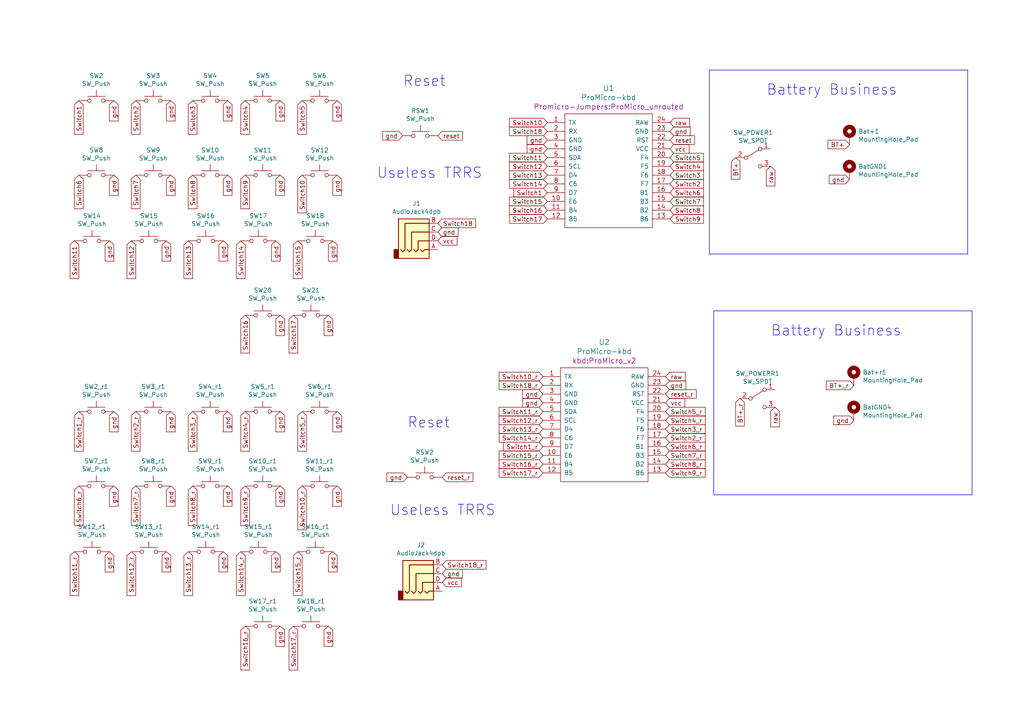
<source format=kicad_sch>
(kicad_sch (version 20230121) (generator eeschema)
  (paper "A4")
  (title_block (title "Kahboard") (date "2023-06-17") (rev "1.0") (company "Antoine Kahlouche"))
  (lib_symbols
    (symbol "Mechanical:MountingHole_Pad" (pin_numbers hide) (pin_names (offset 1.016) hide)
      (property "Reference" "H" (at 0 6.35 0))
      (property "Value" "MountingHole_Pad" (at 0 4.445 0))
      (symbol "MountingHole_Pad_0_1"
        (circle (center 0 1.27) (radius 1.27) (stroke (width 1.27)))
      )
      (symbol "MountingHole_Pad_1_1"
        (pin input line (at 0 -2.54 90) (length 2.54) (name "1") (number "1"))
      )
    )
    (symbol "Switch:SW_Push" (pin_numbers hide) (pin_names (offset 1.016) hide)
      (property "Reference" "SW" (at 1.27 2.54 0))
      (property "Value" "SW_Push" (at 0 -1.524 0))
      (symbol "SW_Push_0_1"
        (circle (center -2.032 0) (radius 0.508))
        (polyline (pts (xy 0 1.27) (xy 0 3.048)))
        (polyline (pts (xy 2.54 1.27) (xy -2.54 1.27)))
        (circle (center 2.032 0) (radius 0.508))
        (pin passive line (at -5.08 0 0) (length 2.54) (name "1") (number "1"))
        (pin passive line (at 5.08 0 180) (length 2.54) (name "2") (number "2"))
      )
    )
    (symbol "Switch:SW_SPDT" (pin_names (offset 0) hide)
      (property "Reference" "SW" (at 0 4.318 0))
      (property "Value" "SW_SPDT" (at 0 -5.08 0))
      (symbol "SW_SPDT_0_0"
        (circle (center -2.032 0) (radius 0.508))
        (circle (center 2.032 -2.54) (radius 0.508))
      )
      (symbol "SW_SPDT_0_1"
        (polyline (pts (xy -1.524 0.254) (xy 1.651 2.286)))
        (circle (center 2.032 2.54) (radius 0.508))
      )
      (symbol "SW_SPDT_1_1"
        (pin passive line (at 5.08 2.54 180) (length 2.54) (name "A") (number "1"))
        (pin passive line (at -5.08 0 0) (length 2.54) (name "B") (number "2"))
        (pin passive line (at 5.08 -2.54 180) (length 2.54) (name "C") (number "3"))
      )
    )
    (symbol "sweep-bling-mx__pcb-rescue:AudioJack4dpb-tokas_bp"
      (property "Reference" "J" (at 0 8.89 0))
      (property "Value" "sweep-bling-mx__pcb-rescue_AudioJack4dpb-tokas_bp" (at 0 6.35 0))
      (symbol "AudioJack4dpb-tokas_bp_0_1"
        (rectangle (start -6.35 -5.08) (end -7.62 -7.62) (stroke (width 0.254)) (fill (type outline)))
        (polyline (pts (xy 0 -5.08) (xy 0.635 -5.715) (xy 1.27 -5.08) (xy 2.54 -5.08)) (stroke (width 0.254)))
        (polyline (pts (xy -5.715 -5.08) (xy -5.08 -5.715) (xy -4.445 -5.08) (xy -4.445 2.54) (xy 2.54 2.54)) (stroke (width 0.254)))
        (polyline (pts (xy -1.905 -5.08) (xy -1.27 -5.715) (xy -0.635 -5.08) (xy -0.635 -2.54) (xy 2.54 -2.54)) (stroke (width 0.254)))
        (polyline (pts (xy 2.54 0) (xy -2.54 0) (xy -2.54 -5.08) (xy -3.175 -5.715) (xy -3.81 -5.08)) (stroke (width 0.254)))
        (rectangle (start 2.54 3.81) (end -6.35 -7.62) (stroke (width 0.254)) (fill (type background)))
      )
      (symbol "AudioJack4dpb-tokas_bp_1_1"
        (pin passive line (at 5.08 -5.08 180) (length 2.54) (name "~") (number "A"))
        (pin passive line (at 5.08 2.54 180) (length 2.54) (name "~") (number "B"))
        (pin passive line (at 5.08 0 180) (length 2.54) (name "~") (number "C"))
        (pin passive line (at 5.08 -2.54 180) (length 2.54) (name "~") (number "D"))
      )
    )
    (symbol "sweep-bling-mx__pcb-rescue:ProMicro-kbd-bigblackpill-34key-rescue-sweepv2-rescue" (pin_names (offset 1.016))
      (property "Reference" "U" (at 0 24.13 0))
      (property "Value" "sweep-bling-mx__pcb-rescue_ProMicro-kbd-bigblackpill-34key-rescue-sweepv2-rescue" (at 0 -13.97 0))
      (symbol "ProMicro-kbd-bigblackpill-34key-rescue-sweepv2-rescue_0_1"
        (rectangle (start -12.7 21.59) (end 12.7 -11.43))
      )
      (symbol "ProMicro-kbd-bigblackpill-34key-rescue-sweepv2-rescue_1_1"
        (pin bidirectional line (at -17.78 19.05 0) (length 5.08) (name "TX") (number "1"))
        (pin bidirectional line (at -17.78 -3.81 0) (length 5.08) (name "E6") (number "10"))
        (pin bidirectional line (at -17.78 -6.35 0) (length 5.08) (name "B4") (number "11"))
        (pin bidirectional line (at -17.78 -8.89 0) (length 5.08) (name "B5") (number "12"))
        (pin bidirectional line (at 17.78 -8.89 180) (length 5.08) (name "B6") (number "13"))
        (pin bidirectional line (at 17.78 -6.35 180) (length 5.08) (name "B2") (number "14"))
        (pin bidirectional line (at 17.78 -3.81 180) (length 5.08) (name "B3") (number "15"))
        (pin bidirectional line (at 17.78 -1.27 180) (length 5.08) (name "B1") (number "16"))
        (pin bidirectional line (at 17.78 1.27 180) (length 5.08) (name "F7") (number "17"))
        (pin bidirectional line (at 17.78 3.81 180) (length 5.08) (name "F6") (number "18"))
        (pin bidirectional line (at 17.78 6.35 180) (length 5.08) (name "F5") (number "19"))
        (pin bidirectional line (at -17.78 16.51 0) (length 5.08) (name "RX") (number "2"))
        (pin bidirectional line (at 17.78 8.89 180) (length 5.08) (name "F4") (number "20"))
        (pin power_in line (at 17.78 11.43 180) (length 5.08) (name "VCC") (number "21"))
        (pin input line (at 17.78 13.97 180) (length 5.08) (name "RST") (number "22"))
        (pin power_in line (at 17.78 16.51 180) (length 5.08) (name "GND") (number "23"))
        (pin power_out line (at 17.78 19.05 180) (length 5.08) (name "RAW") (number "24"))
        (pin power_in line (at -17.78 13.97 0) (length 5.08) (name "GND") (number "3"))
        (pin power_in line (at -17.78 11.43 0) (length 5.08) (name "GND") (number "4"))
        (pin bidirectional line (at -17.78 8.89 0) (length 5.08) (name "SDA") (number "5"))
        (pin bidirectional line (at -17.78 6.35 0) (length 5.08) (name "SCL") (number "6"))
        (pin bidirectional line (at -17.78 3.81 0) (length 5.08) (name "D4") (number "7"))
        (pin bidirectional line (at -17.78 1.27 0) (length 5.08) (name "C6") (number "8"))
        (pin bidirectional line (at -17.78 -1.27 0) (length 5.08) (name "D7") (number "9"))
      )
    )
  )
  (polyline (pts (xy 205.74 20.32) (xy 280.67 20.32)))
  (polyline (pts (xy 280.67 73.66) (xy 205.74 73.66)))
  (polyline (pts (xy 205.74 73.66) (xy 205.74 20.32)))
  (polyline (pts (xy 281.94 90.17) (xy 281.94 143.51)))
  (polyline (pts (xy 280.67 20.32) (xy 280.67 73.66)))
  (polyline (pts (xy 207.01 143.51) (xy 207.01 90.17)))
  (polyline (pts (xy 207.01 90.17) (xy 281.94 90.17)))
  (polyline (pts (xy 281.94 143.51) (xy 207.01 143.51)))
  (text "Useless TRRS\n" (at 113.03 149.86 0) (effects (font (size 2.9972 2.9972)) (justify left bottom)))
  (text "Reset" (at 118.11 124.46 0) (effects (font (size 2.9972 2.9972)) (justify left bottom)))
  (text "Reset" (at 116.84 25.4 0) (effects (font (size 2.9972 2.9972)) (justify left bottom)))
  (text "Useless TRRS\n" (at 109.22 52.07 0) (effects (font (size 2.9972 2.9972)) (justify left bottom)))
  (text "Battery Business" (at 223.52 97.79 0) (effects (font (size 2.9972 2.9972)) (justify left bottom)))
  (text "Battery Business" (at 222.25 27.94 0) (effects (font (size 2.9972 2.9972)) (justify left bottom)))
  (global_label "Switch4" (shape input) (at 194.31 48.26 0) (property "Intersheetrefs" "${INTERSHEET_REFS}" (effects hide)))
  (global_label "Switch9" (shape input) (at 71.12 50.8 270) (property "Intersheetrefs" "${INTERSHEET_REFS}" (effects hide)))
  (global_label "gnd" (shape input) (at 118.11 138.43 180) (property "Intersheetrefs" "${INTERSHEET_REFS}" (effects hide)))
  (global_label "gnd" (shape input) (at 33.02 29.21 270) (property "Intersheetrefs" "${INTERSHEET_REFS}" (effects hide)))
  (global_label "Switch14" (shape input) (at 69.85 69.85 270) (property "Intersheetrefs" "${INTERSHEET_REFS}" (effects hide)))
  (global_label "Switch18_r" (shape input) (at 128.27 163.83 0) (property "Intersheetrefs" "${INTERSHEET_REFS}" (effects hide)))
  (global_label "gnd" (shape input) (at 157.48 114.3 180) (property "Intersheetrefs" "${INTERSHEET_REFS}" (effects hide)))
  (global_label "Switch10" (shape input) (at 158.75 35.56 180) (property "Intersheetrefs" "${INTERSHEET_REFS}" (effects hide)))
  (global_label "reset" (shape input) (at 127 39.37 0) (property "Intersheetrefs" "${INTERSHEET_REFS}" (effects hide)))
  (global_label "Switch13" (shape input) (at 54.61 69.85 270) (property "Intersheetrefs" "${INTERSHEET_REFS}" (effects hide)))
  (global_label "BT+" (shape input) (at 246.38 41.91 180) (property "Intersheetrefs" "${INTERSHEET_REFS}" (effects hide)))
  (global_label "gnd" (shape input) (at 49.53 29.21 270) (property "Intersheetrefs" "${INTERSHEET_REFS}" (effects hide)))
  (global_label "vcc" (shape input) (at 128.27 168.91 0) (property "Intersheetrefs" "${INTERSHEET_REFS}" (effects hide)))
  (global_label "gnd" (shape input) (at 81.28 50.8 270) (property "Intersheetrefs" "${INTERSHEET_REFS}" (effects hide)))
  (global_label "Switch8_r" (shape input) (at 55.88 140.97 270) (property "Intersheetrefs" "${INTERSHEET_REFS}" (effects hide)))
  (global_label "Switch11_r" (shape input) (at 157.48 119.38 180) (property "Intersheetrefs" "${INTERSHEET_REFS}" (effects hide)))
  (global_label "Switch17" (shape input) (at 85.09 91.44 270) (property "Intersheetrefs" "${INTERSHEET_REFS}" (effects hide)))
  (global_label "Switch18" (shape input) (at 158.75 38.1 180) (property "Intersheetrefs" "${INTERSHEET_REFS}" (effects hide)))
  (global_label "gnd" (shape input) (at 97.79 119.38 270) (property "Intersheetrefs" "${INTERSHEET_REFS}" (effects hide)))
  (global_label "Switch7" (shape input) (at 39.37 50.8 270) (property "Intersheetrefs" "${INTERSHEET_REFS}" (effects hide)))
  (global_label "Switch16_r" (shape input) (at 71.12 181.61 270) (property "Intersheetrefs" "${INTERSHEET_REFS}" (effects hide)))
  (global_label "Switch17_r" (shape input) (at 157.48 137.16 180) (property "Intersheetrefs" "${INTERSHEET_REFS}" (effects hide)))
  (global_label "gnd" (shape input) (at 49.53 50.8 270) (property "Intersheetrefs" "${INTERSHEET_REFS}" (effects hide)))
  (global_label "Switch4_r" (shape input) (at 193.04 121.92 0) (property "Intersheetrefs" "${INTERSHEET_REFS}" (effects hide)))
  (global_label "BT+_r" (shape input) (at 247.65 111.76 180) (property "Intersheetrefs" "${INTERSHEET_REFS}" (effects hide)))
  (global_label "Switch12_r" (shape input) (at 157.48 121.92 180) (property "Intersheetrefs" "${INTERSHEET_REFS}" (effects hide)))
  (global_label "Switch12_r" (shape input) (at 38.1 160.02 270) (property "Intersheetrefs" "${INTERSHEET_REFS}" (effects hide)))
  (global_label "raw" (shape input) (at 224.79 118.11 270) (property "Intersheetrefs" "${INTERSHEET_REFS}" (effects hide)))
  (global_label "Switch15" (shape input) (at 86.36 69.85 270) (property "Intersheetrefs" "${INTERSHEET_REFS}" (effects hide)))
  (global_label "gnd" (shape input) (at 95.25 91.44 270) (property "Intersheetrefs" "${INTERSHEET_REFS}" (effects hide)))
  (global_label "Switch17" (shape input) (at 158.75 63.5 180) (property "Intersheetrefs" "${INTERSHEET_REFS}" (effects hide)))
  (global_label "Switch12" (shape input) (at 158.75 48.26 180) (property "Intersheetrefs" "${INTERSHEET_REFS}" (effects hide)))
  (global_label "gnd" (shape input) (at 48.26 69.85 270) (property "Intersheetrefs" "${INTERSHEET_REFS}" (effects hide)))
  (global_label "Switch4" (shape input) (at 71.12 29.21 270) (property "Intersheetrefs" "${INTERSHEET_REFS}" (effects hide)))
  (global_label "Switch7" (shape input) (at 194.31 58.42 0) (property "Intersheetrefs" "${INTERSHEET_REFS}" (effects hide)))
  (global_label "gnd" (shape input) (at 48.26 160.02 270) (property "Intersheetrefs" "${INTERSHEET_REFS}" (effects hide)))
  (global_label "Switch9_r" (shape input) (at 193.04 137.16 0) (property "Intersheetrefs" "${INTERSHEET_REFS}" (effects hide)))
  (global_label "gnd" (shape input) (at 81.28 29.21 270) (property "Intersheetrefs" "${INTERSHEET_REFS}" (effects hide)))
  (global_label "BT+_r" (shape input) (at 214.63 115.57 270) (property "Intersheetrefs" "${INTERSHEET_REFS}" (effects hide)))
  (global_label "raw" (shape input) (at 194.31 35.56 0) (property "Intersheetrefs" "${INTERSHEET_REFS}" (effects hide)))
  (global_label "Switch3" (shape input) (at 194.31 50.8 0) (property "Intersheetrefs" "${INTERSHEET_REFS}" (effects hide)))
  (global_label "Switch5" (shape input) (at 194.31 45.72 0) (property "Intersheetrefs" "${INTERSHEET_REFS}" (effects hide)))
  (global_label "Switch13" (shape input) (at 158.75 50.8 180) (property "Intersheetrefs" "${INTERSHEET_REFS}" (effects hide)))
  (global_label "reset" (shape input) (at 194.31 40.64 0) (property "Intersheetrefs" "${INTERSHEET_REFS}" (effects hide)))
  (global_label "Switch5" (shape input) (at 87.63 29.21 270) (property "Intersheetrefs" "${INTERSHEET_REFS}" (effects hide)))
  (global_label "gnd" (shape input) (at 81.28 91.44 270) (property "Intersheetrefs" "${INTERSHEET_REFS}" (effects hide)))
  (global_label "gnd" (shape input) (at 97.79 140.97 270) (property "Intersheetrefs" "${INTERSHEET_REFS}" (effects hide)))
  (global_label "Switch3_r" (shape input) (at 55.88 119.38 270) (property "Intersheetrefs" "${INTERSHEET_REFS}" (effects hide)))
  (global_label "Switch13_r" (shape input) (at 54.61 160.02 270) (property "Intersheetrefs" "${INTERSHEET_REFS}" (effects hide)))
  (global_label "Switch9_r" (shape input) (at 71.12 140.97 270) (property "Intersheetrefs" "${INTERSHEET_REFS}" (effects hide)))
  (global_label "gnd" (shape input) (at 64.77 69.85 270) (property "Intersheetrefs" "${INTERSHEET_REFS}" (effects hide)))
  (global_label "Switch11_r" (shape input) (at 21.59 160.02 270) (property "Intersheetrefs" "${INTERSHEET_REFS}" (effects hide)))
  (global_label "Switch2" (shape input) (at 39.37 29.21 270) (property "Intersheetrefs" "${INTERSHEET_REFS}" (effects hide)))
  (global_label "gnd" (shape input) (at 97.79 50.8 270) (property "Intersheetrefs" "${INTERSHEET_REFS}" (effects hide)))
  (global_label "gnd" (shape input) (at 66.04 119.38 270) (property "Intersheetrefs" "${INTERSHEET_REFS}" (effects hide)))
  (global_label "gnd" (shape input) (at 128.27 166.37 0) (property "Intersheetrefs" "${INTERSHEET_REFS}" (effects hide)))
  (global_label "gnd" (shape input) (at 49.53 140.97 270) (property "Intersheetrefs" "${INTERSHEET_REFS}" (effects hide)))
  (global_label "Switch10_r" (shape input) (at 87.63 140.97 270) (property "Intersheetrefs" "${INTERSHEET_REFS}" (effects hide)))
  (global_label "Switch5_r" (shape input) (at 193.04 119.38 0) (property "Intersheetrefs" "${INTERSHEET_REFS}" (effects hide)))
  (global_label "gnd" (shape input) (at 33.02 119.38 270) (property "Intersheetrefs" "${INTERSHEET_REFS}" (effects hide)))
  (global_label "gnd" (shape input) (at 96.52 160.02 270) (property "Intersheetrefs" "${INTERSHEET_REFS}" (effects hide)))
  (global_label "gnd" (shape input) (at 33.02 140.97 270) (property "Intersheetrefs" "${INTERSHEET_REFS}" (effects hide)))
  (global_label "gnd" (shape input) (at 97.79 29.21 270) (property "Intersheetrefs" "${INTERSHEET_REFS}" (effects hide)))
  (global_label "Switch18_r" (shape input) (at 157.48 111.76 180) (property "Intersheetrefs" "${INTERSHEET_REFS}" (effects hide)))
  (global_label "Switch16" (shape input) (at 158.75 60.96 180) (property "Intersheetrefs" "${INTERSHEET_REFS}" (effects hide)))
  (global_label "gnd" (shape input) (at 157.48 116.84 180) (property "Intersheetrefs" "${INTERSHEET_REFS}" (effects hide)))
  (global_label "gnd" (shape input) (at 80.01 160.02 270) (property "Intersheetrefs" "${INTERSHEET_REFS}" (effects hide)))
  (global_label "gnd" (shape input) (at 81.28 140.97 270) (property "Intersheetrefs" "${INTERSHEET_REFS}" (effects hide)))
  (global_label "Switch11" (shape input) (at 158.75 45.72 180) (property "Intersheetrefs" "${INTERSHEET_REFS}" (effects hide)))
  (global_label "gnd" (shape input) (at 116.84 39.37 180) (property "Intersheetrefs" "${INTERSHEET_REFS}" (effects hide)))
  (global_label "Switch3_r" (shape input) (at 193.04 124.46 0) (property "Intersheetrefs" "${INTERSHEET_REFS}" (effects hide)))
  (global_label "Switch7_r" (shape input) (at 39.37 140.97 270) (property "Intersheetrefs" "${INTERSHEET_REFS}" (effects hide)))
  (global_label "Switch1_r" (shape input) (at 22.86 119.38 270) (property "Intersheetrefs" "${INTERSHEET_REFS}" (effects hide)))
  (global_label "gnd" (shape input) (at 96.52 69.85 270) (property "Intersheetrefs" "${INTERSHEET_REFS}" (effects hide)))
  (global_label "gnd" (shape input) (at 158.75 43.18 180) (property "Intersheetrefs" "${INTERSHEET_REFS}" (effects hide)))
  (global_label "Switch9" (shape input) (at 194.31 63.5 0) (property "Intersheetrefs" "${INTERSHEET_REFS}" (effects hide)))
  (global_label "Switch1" (shape input) (at 158.75 55.88 180) (property "Intersheetrefs" "${INTERSHEET_REFS}" (effects hide)))
  (global_label "gnd" (shape input) (at 49.53 119.38 270) (property "Intersheetrefs" "${INTERSHEET_REFS}" (effects hide)))
  (global_label "Switch1_r" (shape input) (at 157.48 129.54 180) (property "Intersheetrefs" "${INTERSHEET_REFS}" (effects hide)))
  (global_label "Switch8" (shape input) (at 55.88 50.8 270) (property "Intersheetrefs" "${INTERSHEET_REFS}" (effects hide)))
  (global_label "gnd" (shape input) (at 246.38 52.07 180) (property "Intersheetrefs" "${INTERSHEET_REFS}" (effects hide)))
  (global_label "Switch6_r" (shape input) (at 22.86 140.97 270) (property "Intersheetrefs" "${INTERSHEET_REFS}" (effects hide)))
  (global_label "Switch14_r" (shape input) (at 157.48 127 180) (property "Intersheetrefs" "${INTERSHEET_REFS}" (effects hide)))
  (global_label "vcc" (shape input) (at 194.31 43.18 0) (property "Intersheetrefs" "${INTERSHEET_REFS}" (effects hide)))
  (global_label "gnd" (shape input) (at 66.04 29.21 270) (property "Intersheetrefs" "${INTERSHEET_REFS}" (effects hide)))
  (global_label "reset_r" (shape input) (at 193.04 114.3 0) (property "Intersheetrefs" "${INTERSHEET_REFS}" (effects hide)))
  (global_label "Switch14" (shape input) (at 158.75 53.34 180) (property "Intersheetrefs" "${INTERSHEET_REFS}" (effects hide)))
  (global_label "gnd" (shape input) (at 66.04 140.97 270) (property "Intersheetrefs" "${INTERSHEET_REFS}" (effects hide)))
  (global_label "Switch1" (shape input) (at 22.86 29.21 270) (property "Intersheetrefs" "${INTERSHEET_REFS}" (effects hide)))
  (global_label "Switch15_r" (shape input) (at 157.48 132.08 180) (property "Intersheetrefs" "${INTERSHEET_REFS}" (effects hide)))
  (global_label "BT+" (shape input) (at 213.36 45.72 270) (property "Intersheetrefs" "${INTERSHEET_REFS}" (effects hide)))
  (global_label "Switch8" (shape input) (at 194.31 60.96 0) (property "Intersheetrefs" "${INTERSHEET_REFS}" (effects hide)))
  (global_label "Switch3" (shape input) (at 55.88 29.21 270) (property "Intersheetrefs" "${INTERSHEET_REFS}" (effects hide)))
  (global_label "vcc" (shape input) (at 127 69.85 0) (property "Intersheetrefs" "${INTERSHEET_REFS}" (effects hide)))
  (global_label "Switch16" (shape input) (at 71.12 91.44 270) (property "Intersheetrefs" "${INTERSHEET_REFS}" (effects hide)))
  (global_label "Switch18" (shape input) (at 127 64.77 0) (property "Intersheetrefs" "${INTERSHEET_REFS}" (effects hide)))
  (global_label "Switch2" (shape input) (at 194.31 53.34 0) (property "Intersheetrefs" "${INTERSHEET_REFS}" (effects hide)))
  (global_label "Switch16_r" (shape input) (at 157.48 134.62 180) (property "Intersheetrefs" "${INTERSHEET_REFS}" (effects hide)))
  (global_label "gnd" (shape input) (at 158.75 40.64 180) (property "Intersheetrefs" "${INTERSHEET_REFS}" (effects hide)))
  (global_label "Switch5_r" (shape input) (at 87.63 119.38 270) (property "Intersheetrefs" "${INTERSHEET_REFS}" (effects hide)))
  (global_label "raw" (shape input) (at 193.04 109.22 0) (property "Intersheetrefs" "${INTERSHEET_REFS}" (effects hide)))
  (global_label "gnd" (shape input) (at 81.28 181.61 270) (property "Intersheetrefs" "${INTERSHEET_REFS}" (effects hide)))
  (global_label "Switch12" (shape input) (at 38.1 69.85 270) (property "Intersheetrefs" "${INTERSHEET_REFS}" (effects hide)))
  (global_label "gnd" (shape input) (at 31.75 160.02 270) (property "Intersheetrefs" "${INTERSHEET_REFS}" (effects hide)))
  (global_label "Switch14_r" (shape input) (at 69.85 160.02 270) (property "Intersheetrefs" "${INTERSHEET_REFS}" (effects hide)))
  (global_label "gnd" (shape input) (at 64.77 160.02 270) (property "Intersheetrefs" "${INTERSHEET_REFS}" (effects hide)))
  (global_label "gnd" (shape input) (at 80.01 69.85 270) (property "Intersheetrefs" "${INTERSHEET_REFS}" (effects hide)))
  (global_label "Switch10_r" (shape input) (at 157.48 109.22 180) (property "Intersheetrefs" "${INTERSHEET_REFS}" (effects hide)))
  (global_label "reset_r" (shape input) (at 128.27 138.43 0) (property "Intersheetrefs" "${INTERSHEET_REFS}" (effects hide)))
  (global_label "Switch10" (shape input) (at 87.63 50.8 270) (property "Intersheetrefs" "${INTERSHEET_REFS}" (effects hide)))
  (global_label "gnd" (shape input) (at 33.02 50.8 270) (property "Intersheetrefs" "${INTERSHEET_REFS}" (effects hide)))
  (global_label "gnd" (shape input) (at 247.65 121.92 180) (property "Intersheetrefs" "${INTERSHEET_REFS}" (effects hide)))
  (global_label "gnd" (shape input) (at 194.31 38.1 0) (property "Intersheetrefs" "${INTERSHEET_REFS}" (effects hide)))
  (global_label "Switch8_r" (shape input) (at 193.04 134.62 0) (property "Intersheetrefs" "${INTERSHEET_REFS}" (effects hide)))
  (global_label "Switch13_r" (shape input) (at 157.48 124.46 180) (property "Intersheetrefs" "${INTERSHEET_REFS}" (effects hide)))
  (global_label "raw" (shape input) (at 223.52 48.26 270) (property "Intersheetrefs" "${INTERSHEET_REFS}" (effects hide)))
  (global_label "Switch6" (shape input) (at 22.86 50.8 270) (property "Intersheetrefs" "${INTERSHEET_REFS}" (effects hide)))
  (global_label "Switch2_r" (shape input) (at 193.04 127 0) (property "Intersheetrefs" "${INTERSHEET_REFS}" (effects hide)))
  (global_label "Switch6" (shape input) (at 194.31 55.88 0) (property "Intersheetrefs" "${INTERSHEET_REFS}" (effects hide)))
  (global_label "Switch15_r" (shape input) (at 86.36 160.02 270) (property "Intersheetrefs" "${INTERSHEET_REFS}" (effects hide)))
  (global_label "vcc" (shape input) (at 193.04 116.84 0) (property "Intersheetrefs" "${INTERSHEET_REFS}" (effects hide)))
  (global_label "Switch6_r" (shape input) (at 193.04 129.54 0) (property "Intersheetrefs" "${INTERSHEET_REFS}" (effects hide)))
  (global_label "Switch4_r" (shape input) (at 71.12 119.38 270) (property "Intersheetrefs" "${INTERSHEET_REFS}" (effects hide)))
  (global_label "gnd" (shape input) (at 127 67.31 0) (property "Intersheetrefs" "${INTERSHEET_REFS}" (effects hide)))
  (global_label "Switch15" (shape input) (at 158.75 58.42 180) (property "Intersheetrefs" "${INTERSHEET_REFS}" (effects hide)))
  (global_label "gnd" (shape input) (at 193.04 111.76 0) (property "Intersheetrefs" "${INTERSHEET_REFS}" (effects hide)))
  (global_label "gnd" (shape input) (at 95.25 181.61 270) (property "Intersheetrefs" "${INTERSHEET_REFS}" (effects hide)))
  (global_label "Switch11" (shape input) (at 21.59 69.85 270) (property "Intersheetrefs" "${INTERSHEET_REFS}" (effects hide)))
  (global_label "gnd" (shape input) (at 81.28 119.38 270) (property "Intersheetrefs" "${INTERSHEET_REFS}" (effects hide)))
  (global_label "gnd" (shape input) (at 31.75 69.85 270) (property "Intersheetrefs" "${INTERSHEET_REFS}" (effects hide)))
  (global_label "Switch7_r" (shape input) (at 193.04 132.08 0) (property "Intersheetrefs" "${INTERSHEET_REFS}" (effects hide)))
  (global_label "gnd" (shape input) (at 66.04 50.8 270) (property "Intersheetrefs" "${INTERSHEET_REFS}" (effects hide)))
  (global_label "Switch17_r" (shape input) (at 85.09 181.61 270) (property "Intersheetrefs" "${INTERSHEET_REFS}" (effects hide)))
  (global_label "Switch2_r" (shape input) (at 39.37 119.38 270) (property "Intersheetrefs" "${INTERSHEET_REFS}" (effects hide)))
  (symbol (lib_id "Mechanical:MountingHole_Pad") (at 246.38 39.37 0) (unit 1)
    (property "Reference" "Bat+1" (at 248.92 38.1254 0) (effects (justify left)))
    (property "Value" "MountingHole_Pad" (at 248.92 40.4368 0) (effects (justify left)))
    (property "Footprint" "kbd:1pin_conn" (effects hide))
  )
  (symbol (lib_id "Mechanical:MountingHole_Pad") (at 246.38 49.53 0) (unit 1)
    (property "Reference" "BatGND1" (at 248.92 48.2854 0) (effects (justify left)))
    (property "Value" "MountingHole_Pad" (at 248.92 50.5968 0) (effects (justify left)))
    (property "Footprint" "kbd:1pin_conn" (effects hide))
  )
  (symbol (lib_id "sweep-bling-mx__pcb-rescue:ProMicro-kbd-bigblackpill-34key-rescue-sweepv2-rescue") (at 176.53 54.61 0) (unit 1)
    (property "Reference" "U1" (at 176.53 25.5778 0) (effects (font (size 1.524 1.524))))
    (property "Value" "ProMicro-kbd" (at 176.53 28.2702 0) (effects (font (size 1.524 1.524))))
    (property "Footprint" "Promicro-Jumpers:ProMicro_unrouted" (at 176.53 30.9626 0) (effects (font (size 1.524 1.524))))
  )
  (symbol (lib_id "Switch:SW_Push") (at 27.94 29.21 0) (unit 1)
    (property "Reference" "SW2" (at 27.94 21.971 0))
    (property "Value" "SW_Push" (at 27.94 24.2824 0))
    (property "Footprint" "Kailh:SW_PG1350_rev_DPB" (effects hide))
  )
  (symbol (lib_id "Switch:SW_Push") (at 44.45 29.21 0) (unit 1)
    (property "Reference" "SW3" (at 44.45 21.971 0))
    (property "Value" "SW_Push" (at 44.45 24.2824 0))
    (property "Footprint" "Kailh:SW_PG1350_rev_DPB" (effects hide))
  )
  (symbol (lib_id "Switch:SW_Push") (at 60.96 29.21 0) (unit 1)
    (property "Reference" "SW4" (at 60.96 21.971 0))
    (property "Value" "SW_Push" (at 60.96 24.2824 0))
    (property "Footprint" "Kailh:SW_PG1350_rev_DPB" (effects hide))
  )
  (symbol (lib_id "Switch:SW_Push") (at 76.2 29.21 0) (unit 1)
    (property "Reference" "SW5" (at 76.2 21.971 0))
    (property "Value" "SW_Push" (at 76.2 24.2824 0))
    (property "Footprint" "Kailh:SW_PG1350_rev_DPB" (effects hide))
  )
  (symbol (lib_id "Switch:SW_Push") (at 92.71 29.21 0) (unit 1)
    (property "Reference" "SW6" (at 92.71 21.971 0))
    (property "Value" "SW_Push" (at 92.71 24.2824 0))
    (property "Footprint" "Kailh:SW_PG1350_rev_DPB" (effects hide))
  )
  (symbol (lib_id "Switch:SW_Push") (at 76.2 91.44 0) (unit 1)
    (property "Reference" "SW20" (at 76.2 84.201 0))
    (property "Value" "SW_Push" (at 76.2 86.5124 0))
    (property "Footprint" "Kailh:SW_PG1350_rev_DPB" (effects hide))
  )
  (symbol (lib_id "Switch:SW_Push") (at 90.17 91.44 0) (unit 1)
    (property "Reference" "SW21" (at 90.17 84.201 0))
    (property "Value" "SW_Push" (at 90.17 86.5124 0))
    (property "Footprint" "Kailh:SW_PG1350_rev_DPB" (effects hide))
  )
  (symbol (lib_id "Switch:SW_Push") (at 27.94 50.8 0) (unit 1)
    (property "Reference" "SW8" (at 27.94 43.561 0))
    (property "Value" "SW_Push" (at 27.94 45.8724 0))
    (property "Footprint" "Kailh:SW_PG1350_rev_DPB" (effects hide))
  )
  (symbol (lib_id "Switch:SW_Push") (at 44.45 50.8 0) (unit 1)
    (property "Reference" "SW9" (at 44.45 43.561 0))
    (property "Value" "SW_Push" (at 44.45 45.8724 0))
    (property "Footprint" "Kailh:SW_PG1350_rev_DPB" (effects hide))
  )
  (symbol (lib_id "Switch:SW_Push") (at 60.96 50.8 0) (unit 1)
    (property "Reference" "SW10" (at 60.96 43.561 0))
    (property "Value" "SW_Push" (at 60.96 45.8724 0))
    (property "Footprint" "Kailh:SW_PG1350_rev_DPB" (effects hide))
  )
  (symbol (lib_id "Switch:SW_Push") (at 76.2 50.8 0) (unit 1)
    (property "Reference" "SW11" (at 76.2 43.561 0))
    (property "Value" "SW_Push" (at 76.2 45.8724 0))
    (property "Footprint" "Kailh:SW_PG1350_rev_DPB" (effects hide))
  )
  (symbol (lib_id "Switch:SW_Push") (at 92.71 50.8 0) (unit 1)
    (property "Reference" "SW12" (at 92.71 43.561 0))
    (property "Value" "SW_Push" (at 92.71 45.8724 0))
    (property "Footprint" "Kailh:SW_PG1350_rev_DPB" (effects hide))
  )
  (symbol (lib_id "Switch:SW_Push") (at 26.67 69.85 0) (unit 1)
    (property "Reference" "SW14" (at 26.67 62.611 0))
    (property "Value" "SW_Push" (at 26.67 64.9224 0))
    (property "Footprint" "Kailh:SW_PG1350_rev_DPB" (effects hide))
  )
  (symbol (lib_id "Switch:SW_Push") (at 43.18 69.85 0) (unit 1)
    (property "Reference" "SW15" (at 43.18 62.611 0))
    (property "Value" "SW_Push" (at 43.18 64.9224 0))
    (property "Footprint" "Kailh:SW_PG1350_rev_DPB" (effects hide))
  )
  (symbol (lib_id "Switch:SW_Push") (at 59.69 69.85 0) (unit 1)
    (property "Reference" "SW16" (at 59.69 62.611 0))
    (property "Value" "SW_Push" (at 59.69 64.9224 0))
    (property "Footprint" "Kailh:SW_PG1350_rev_DPB" (effects hide))
  )
  (symbol (lib_id "Switch:SW_Push") (at 74.93 69.85 0) (unit 1)
    (property "Reference" "SW17" (at 74.93 62.611 0))
    (property "Value" "SW_Push" (at 74.93 64.9224 0))
    (property "Footprint" "Kailh:SW_PG1350_rev_DPB" (effects hide))
  )
  (symbol (lib_id "Switch:SW_Push") (at 91.44 69.85 0) (unit 1)
    (property "Reference" "SW18" (at 91.44 62.611 0))
    (property "Value" "SW_Push" (at 91.44 64.9224 0))
    (property "Footprint" "Kailh:SW_PG1350_rev_DPB" (effects hide))
  )
  (symbol (lib_id "Switch:SW_Push") (at 121.92 39.37 0) (unit 1)
    (property "Reference" "RSW1" (at 121.92 32.131 0))
    (property "Value" "SW_Push" (at 121.92 34.4424 0))
    (property "Footprint" "kbd:ResetSW" (effects hide))
  )
  (symbol (lib_id "Switch:SW_SPDT") (at 218.44 45.72 0) (unit 1)
    (property "Reference" "SW_POWER1" (at 218.44 38.481 0))
    (property "Value" "SW_SPDT" (at 218.44 40.7924 0))
    (property "Footprint" "Kailh:SPDT_C128955" (effects hide))
  )
  (symbol (lib_id "sweep-bling-mx__pcb-rescue:AudioJack4dpb-tokas_bp") (at 121.92 67.31 0) (unit 1)
    (property "Reference" "J1" (at 120.8278 59.055 0))
    (property "Value" "AudioJack4dpb" (at 120.8278 61.3664 0))
    (property "Footprint" "kbd:MJ-4PP-9" (effects hide))
  )
  (symbol (lib_id "Switch:SW_Push") (at 27.94 119.38 0) (unit 1)
    (property "Reference" "SW2_r1" (at 27.94 112.141 0))
    (property "Value" "SW_Push" (at 27.94 114.4524 0))
    (property "Footprint" "Kailh:SW_PG1350_rev_DPB" (effects hide))
  )
  (symbol (lib_id "Switch:SW_Push") (at 44.45 119.38 0) (unit 1)
    (property "Reference" "SW3_r1" (at 44.45 112.141 0))
    (property "Value" "SW_Push" (at 44.45 114.4524 0))
    (property "Footprint" "Kailh:SW_PG1350_rev_DPB" (effects hide))
  )
  (symbol (lib_id "Switch:SW_Push") (at 60.96 119.38 0) (unit 1)
    (property "Reference" "SW4_r1" (at 60.96 112.141 0))
    (property "Value" "SW_Push" (at 60.96 114.4524 0))
    (property "Footprint" "Kailh:SW_PG1350_rev_DPB" (effects hide))
  )
  (symbol (lib_id "Switch:SW_Push") (at 76.2 119.38 0) (unit 1)
    (property "Reference" "SW5_r1" (at 76.2 112.141 0))
    (property "Value" "SW_Push" (at 76.2 114.4524 0))
    (property "Footprint" "Kailh:SW_PG1350_rev_DPB" (effects hide))
  )
  (symbol (lib_id "Switch:SW_Push") (at 92.71 119.38 0) (unit 1)
    (property "Reference" "SW6_r1" (at 92.71 112.141 0))
    (property "Value" "SW_Push" (at 92.71 114.4524 0))
    (property "Footprint" "Kailh:SW_PG1350_rev_DPB" (effects hide))
  )
  (symbol (lib_id "Switch:SW_Push") (at 76.2 181.61 0) (unit 1)
    (property "Reference" "SW17_r1" (at 76.2 174.371 0))
    (property "Value" "SW_Push" (at 76.2 176.6824 0))
    (property "Footprint" "Kailh:SW_PG1350_rev_DPB" (effects hide))
  )
  (symbol (lib_id "Switch:SW_Push") (at 90.17 181.61 0) (unit 1)
    (property "Reference" "SW18_r1" (at 90.17 174.371 0))
    (property "Value" "SW_Push" (at 90.17 176.6824 0))
    (property "Footprint" "Kailh:SW_PG1350_rev_DPB" (effects hide))
  )
  (symbol (lib_id "Switch:SW_Push") (at 27.94 140.97 0) (unit 1)
    (property "Reference" "SW7_r1" (at 27.94 133.731 0))
    (property "Value" "SW_Push" (at 27.94 136.0424 0))
    (property "Footprint" "Kailh:SW_PG1350_rev_DPB" (effects hide))
  )
  (symbol (lib_id "Switch:SW_Push") (at 44.45 140.97 0) (unit 1)
    (property "Reference" "SW8_r1" (at 44.45 133.731 0))
    (property "Value" "SW_Push" (at 44.45 136.0424 0))
    (property "Footprint" "Kailh:SW_PG1350_rev_DPB" (effects hide))
  )
  (symbol (lib_id "Switch:SW_Push") (at 60.96 140.97 0) (unit 1)
    (property "Reference" "SW9_r1" (at 60.96 133.731 0))
    (property "Value" "SW_Push" (at 60.96 136.0424 0))
    (property "Footprint" "Kailh:SW_PG1350_rev_DPB" (effects hide))
  )
  (symbol (lib_id "Switch:SW_Push") (at 76.2 140.97 0) (unit 1)
    (property "Reference" "SW10_r1" (at 76.2 133.731 0))
    (property "Value" "SW_Push" (at 76.2 136.0424 0))
    (property "Footprint" "Kailh:SW_PG1350_rev_DPB" (effects hide))
  )
  (symbol (lib_id "Switch:SW_Push") (at 92.71 140.97 0) (unit 1)
    (property "Reference" "SW11_r1" (at 92.71 133.731 0))
    (property "Value" "SW_Push" (at 92.71 136.0424 0))
    (property "Footprint" "Kailh:SW_PG1350_rev_DPB" (effects hide))
  )
  (symbol (lib_id "Switch:SW_Push") (at 26.67 160.02 0) (unit 1)
    (property "Reference" "SW12_r1" (at 26.67 152.781 0))
    (property "Value" "SW_Push" (at 26.67 155.0924 0))
    (property "Footprint" "Kailh:SW_PG1350_rev_DPB" (effects hide))
  )
  (symbol (lib_id "Switch:SW_Push") (at 43.18 160.02 0) (unit 1)
    (property "Reference" "SW13_r1" (at 43.18 152.781 0))
    (property "Value" "SW_Push" (at 43.18 155.0924 0))
    (property "Footprint" "Kailh:SW_PG1350_rev_DPB" (effects hide))
  )
  (symbol (lib_id "Switch:SW_Push") (at 59.69 160.02 0) (unit 1)
    (property "Reference" "SW14_r1" (at 59.69 152.781 0))
    (property "Value" "SW_Push" (at 59.69 155.0924 0))
    (property "Footprint" "Kailh:SW_PG1350_rev_DPB" (effects hide))
  )
  (symbol (lib_id "Switch:SW_Push") (at 74.93 160.02 0) (unit 1)
    (property "Reference" "SW15_r1" (at 74.93 152.781 0))
    (property "Value" "SW_Push" (at 74.93 155.0924 0))
    (property "Footprint" "Kailh:SW_PG1350_rev_DPB" (effects hide))
  )
  (symbol (lib_id "Switch:SW_Push") (at 91.44 160.02 0) (unit 1)
    (property "Reference" "SW16_r1" (at 91.44 152.781 0))
    (property "Value" "SW_Push" (at 91.44 155.0924 0))
    (property "Footprint" "Kailh:SW_PG1350_rev_DPB" (effects hide))
  )
  (symbol (lib_id "sweep-bling-mx__pcb-rescue:ProMicro-kbd-bigblackpill-34key-rescue-sweepv2-rescue") (at 175.26 128.27 0) (unit 1)
    (property "Reference" "U2" (at 175.26 99.2378 0) (effects (font (size 1.524 1.524))))
    (property "Value" "ProMicro-kbd" (at 175.26 101.9302 0) (effects (font (size 1.524 1.524))))
    (property "Footprint" "kbd:ProMicro_v2" (at 175.26 104.6226 0) (effects (font (size 1.524 1.524))))
  )
  (symbol (lib_id "Switch:SW_Push") (at 123.19 138.43 0) (unit 1)
    (property "Reference" "RSW2" (at 123.19 131.191 0))
    (property "Value" "SW_Push" (at 123.19 133.5024 0))
    (property "Footprint" "kbd:ResetSW" (effects hide))
  )
  (symbol (lib_id "sweep-bling-mx__pcb-rescue:AudioJack4dpb-tokas_bp") (at 123.19 166.37 0) (unit 1)
    (property "Reference" "J2" (at 122.0978 158.115 0))
    (property "Value" "AudioJack4dpb" (at 122.0978 160.4264 0))
    (property "Footprint" "kbd:MJ-4PP-9" (effects hide))
  )
  (symbol (lib_id "Switch:SW_SPDT") (at 219.71 115.57 0) (unit 1)
    (property "Reference" "SW_POWERR1" (at 219.71 108.331 0))
    (property "Value" "SW_SPDT" (at 219.71 110.6424 0))
    (property "Footprint" "Kailh:SPDT_C128955" (effects hide))
  )
  (symbol (lib_id "Mechanical:MountingHole_Pad") (at 247.65 109.22 0) (unit 1)
    (property "Reference" "Bat+r1" (at 250.19 107.9754 0) (effects (justify left)))
    (property "Value" "MountingHole_Pad" (at 250.19 110.2868 0) (effects (justify left)))
    (property "Footprint" "kbd:1pin_conn" (effects hide))
  )
  (symbol (lib_id "Mechanical:MountingHole_Pad") (at 247.65 119.38 0) (unit 1)
    (property "Reference" "BatGND4" (at 250.19 118.1354 0) (effects (justify left)))
    (property "Value" "MountingHole_Pad" (at 250.19 120.4468 0) (effects (justify left)))
    (property "Footprint" "kbd:1pin_conn" (effects hide))
  )
)
</source>
